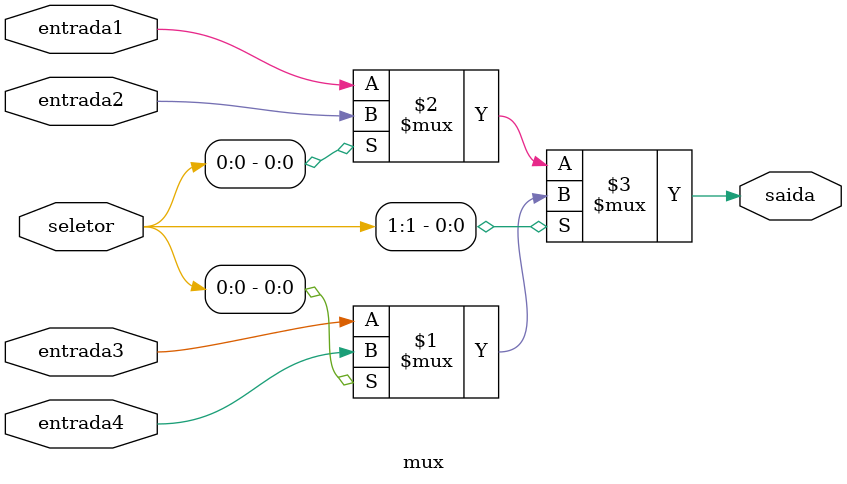
<source format=v>
module mux (
  input wire entrada1,
  input wire entrada2,
  input wire entrada3,
  input wire entrada4,
  input wire [1:0] seletor,
  output wire saida
);

  // Se seletor[1] é 1:
  // -> Se seletor[0] é 1:
  //    -> Saida = entrada4
  // -> Se seletor[0] é 0:
  //    -> Saida = entrada3

  // Se seletor[1] é 0:
  // -> Se seletor[0] é 1:
  //    -> Saida = entrada2
  // -> Se seletor[0] é 0:
  //    -> Saida = entrada1
  assign saida = (seletor[1]) ? ((seletor[0]) ? entrada4 : entrada3) : ((seletor[0]) ? entrada2 : entrada1);
endmodule

</source>
